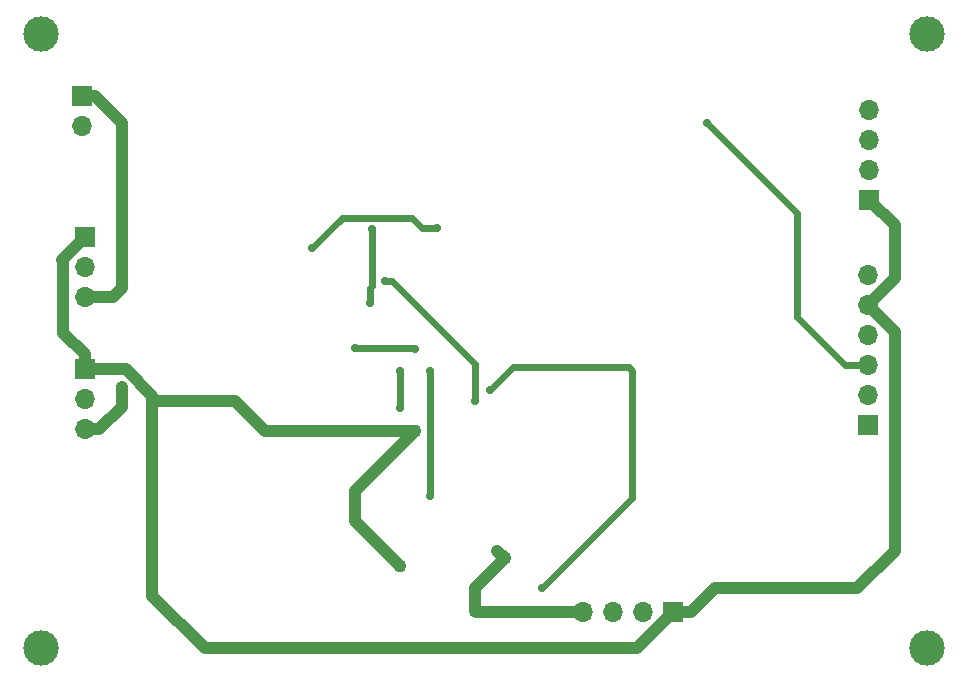
<source format=gbr>
%TF.GenerationSoftware,KiCad,Pcbnew,(5.1.2-1)-1*%
%TF.CreationDate,2022-01-27T07:40:46-05:00*%
%TF.ProjectId,project1-Juan,70726f6a-6563-4743-912d-4a75616e2e6b,rev?*%
%TF.SameCoordinates,Original*%
%TF.FileFunction,Copper,L2,Bot*%
%TF.FilePolarity,Positive*%
%FSLAX46Y46*%
G04 Gerber Fmt 4.6, Leading zero omitted, Abs format (unit mm)*
G04 Created by KiCad (PCBNEW (5.1.2-1)-1) date 2022-01-27 07:40:46*
%MOMM*%
%LPD*%
G04 APERTURE LIST*
%TA.AperFunction,WasherPad*%
%ADD10C,3.000000*%
%TD*%
%TA.AperFunction,ComponentPad*%
%ADD11R,1.700000X1.700000*%
%TD*%
%TA.AperFunction,ComponentPad*%
%ADD12O,1.700000X1.700000*%
%TD*%
%TA.AperFunction,ViaPad*%
%ADD13C,1.100000*%
%TD*%
%TA.AperFunction,ViaPad*%
%ADD14C,0.700000*%
%TD*%
%TA.AperFunction,Conductor*%
%ADD15C,1.000000*%
%TD*%
%TA.AperFunction,Conductor*%
%ADD16C,0.600000*%
%TD*%
G04 APERTURE END LIST*
D10*
%TO.P,REF\002A\002A,*%
%TO.N,*%
X150000000Y-160000000D03*
%TD*%
%TO.P,REF\002A\002A,*%
%TO.N,*%
X150000000Y-108000000D03*
%TD*%
%TO.P,REF\002A\002A,*%
%TO.N,*%
X75000000Y-108000000D03*
%TD*%
%TO.P,REF\002A\002A,*%
%TO.N,*%
X75000000Y-160000000D03*
%TD*%
D11*
%TO.P,J6,1*%
%TO.N,/Vin*%
X78740000Y-125222000D03*
D12*
%TO.P,J6,2*%
%TO.N,/esp32/GNRL_PURPOSE_1*%
X78740000Y-127762000D03*
%TO.P,J6,3*%
%TO.N,/GND*%
X78740000Y-130302000D03*
%TD*%
D11*
%TO.P,J3,1*%
%TO.N,/Vin*%
X145161000Y-122047000D03*
D12*
%TO.P,J3,2*%
%TO.N,/esp32/TX*%
X145161000Y-119507000D03*
%TO.P,J3,3*%
%TO.N,/esp32/RX*%
X145161000Y-116967000D03*
%TO.P,J3,4*%
%TO.N,/GND*%
X145161000Y-114427000D03*
%TD*%
%TO.P,J5,3*%
%TO.N,/GND*%
X78740000Y-141478000D03*
%TO.P,J5,2*%
%TO.N,/esp32/GNRL_PURPOSE_2*%
X78740000Y-138938000D03*
D11*
%TO.P,J5,1*%
%TO.N,/Vin*%
X78740000Y-136398000D03*
%TD*%
%TO.P,J4,1*%
%TO.N,/esp32/CS*%
X145034000Y-141097000D03*
D12*
%TO.P,J4,2*%
%TO.N,/esp32/CLK*%
X145034000Y-138557000D03*
%TO.P,J4,3*%
%TO.N,/esp32/MOSI*%
X145034000Y-136017000D03*
%TO.P,J4,4*%
%TO.N,/esp32/MISO*%
X145034000Y-133477000D03*
%TO.P,J4,5*%
%TO.N,/Vin*%
X145034000Y-130937000D03*
%TO.P,J4,6*%
%TO.N,/GND*%
X145034000Y-128397000D03*
%TD*%
D11*
%TO.P,J1,1*%
%TO.N,/GND*%
X78486000Y-113284000D03*
D12*
%TO.P,J1,2*%
%TO.N,/Vbat*%
X78486000Y-115824000D03*
%TD*%
%TO.P,J2,4*%
%TO.N,/GND*%
X120904000Y-156972000D03*
%TO.P,J2,3*%
%TO.N,/esp32/CLK_SENSOR*%
X123444000Y-156972000D03*
%TO.P,J2,2*%
%TO.N,/esp32/DATA_OUT_DTH22_SENSOR*%
X125984000Y-156972000D03*
D11*
%TO.P,J2,1*%
%TO.N,/Vin*%
X128524000Y-156972000D03*
%TD*%
D13*
%TO.N,/GND*%
X114300000Y-152400000D03*
D14*
X81915000Y-137795000D03*
D13*
X111760000Y-156845000D03*
%TO.N,/Vin*%
X105410000Y-153035000D03*
X106680000Y-141605000D03*
D14*
%TO.N,Net-(C3-Pad2)*%
X111760000Y-139065000D03*
X104140000Y-128905000D03*
%TO.N,Net-(D1-Pad2)*%
X117475000Y-154940000D03*
X113075720Y-138130280D03*
%TO.N,/esp32/MOSI*%
X131445000Y-115570000D03*
%TO.N,/esp32/GNRL_PURPOSE_2*%
X101600000Y-134620000D03*
X106649520Y-134711440D03*
%TO.N,/esp32/GNRL_PURPOSE_1*%
X108585000Y-124460000D03*
X97977960Y-126095760D03*
%TO.N,/esp32/WIFI_CONNECTION*%
X102870000Y-130810000D03*
X103087000Y-124550000D03*
%TO.N,/esp32/NO_WIFI_CONNECTION*%
X105410000Y-139700000D03*
X105410000Y-136525000D03*
%TO.N,/esp32/BATT_V*%
X107960160Y-147106640D03*
X107950000Y-136525000D03*
%TD*%
D15*
%TO.N,/GND*%
X113665000Y-151765000D02*
X114300000Y-152400000D01*
X111760000Y-154940000D02*
X111760000Y-156845000D01*
X114300000Y-152400000D02*
X111760000Y-154940000D01*
X120904000Y-156972000D02*
X112268000Y-156972000D01*
X112268000Y-156972000D02*
X111887000Y-156972000D01*
X79942081Y-141478000D02*
X81846756Y-139573325D01*
X81846756Y-139573325D02*
X81846756Y-137863244D01*
X81153000Y-130302000D02*
X81915000Y-129540000D01*
X78740000Y-130302000D02*
X81153000Y-130302000D01*
X81915000Y-115570000D02*
X79629000Y-113284000D01*
X79629000Y-113284000D02*
X78486000Y-113284000D01*
X81915000Y-129540000D02*
X81915000Y-115570000D01*
X111887000Y-156972000D02*
X111760000Y-156845000D01*
X78740000Y-141478000D02*
X79942081Y-141478000D01*
%TO.N,/Vin*%
X84455000Y-138632998D02*
X84455000Y-139065000D01*
X82220002Y-136398000D02*
X84455000Y-138632998D01*
X101600000Y-149225000D02*
X101600000Y-146685000D01*
X101600000Y-146685000D02*
X106680000Y-141605000D01*
X106680000Y-141605000D02*
X93980000Y-141605000D01*
X105410000Y-153035000D02*
X101600000Y-149225000D01*
X93980000Y-141605000D02*
X91440000Y-139065000D01*
X91440000Y-139065000D02*
X84455000Y-139065000D01*
X144145000Y-154940000D02*
X147320000Y-151765000D01*
X132080000Y-154940000D02*
X144145000Y-154940000D01*
X130048000Y-156972000D02*
X132080000Y-154940000D01*
X128524000Y-156972000D02*
X130048000Y-156972000D01*
X88900000Y-160020000D02*
X125476000Y-160020000D01*
X125476000Y-160020000D02*
X128524000Y-156972000D01*
X84455000Y-155575000D02*
X88900000Y-160020000D01*
X84455000Y-139065000D02*
X84455000Y-155575000D01*
X76898500Y-133286500D02*
X78740000Y-135128000D01*
X78740000Y-135128000D02*
X78740000Y-136398000D01*
X76898500Y-127063500D02*
X76835000Y-127127000D01*
X76898500Y-127063500D02*
X76898500Y-133286500D01*
X78740000Y-125222000D02*
X76898500Y-127063500D01*
X78740000Y-136398000D02*
X82220002Y-136398000D01*
X147320000Y-133223000D02*
X145034000Y-130937000D01*
X147320000Y-151765000D02*
X147320000Y-133223000D01*
X145034000Y-130937000D02*
X147320000Y-128651000D01*
X147320000Y-124206000D02*
X145161000Y-122047000D01*
X147320000Y-128651000D02*
X147320000Y-124206000D01*
D16*
%TO.N,Net-(C3-Pad2)*%
X111760000Y-135959315D02*
X111760000Y-139065000D01*
X104140000Y-128905000D02*
X104705685Y-128905000D01*
X104705685Y-128905000D02*
X111760000Y-135959315D01*
%TO.N,Net-(D1-Pad2)*%
X125095000Y-147320000D02*
X125095000Y-136525000D01*
X124764800Y-136194800D02*
X125095000Y-136525000D01*
X115011200Y-136194800D02*
X113075720Y-138130280D01*
X117475000Y-154940000D02*
X125095000Y-147320000D01*
X115011200Y-136194800D02*
X124764800Y-136194800D01*
%TO.N,/esp32/MOSI*%
X131445000Y-115570000D02*
X139065000Y-123190000D01*
X139065000Y-123190000D02*
X139065000Y-131953000D01*
X143129000Y-136017000D02*
X145034000Y-136017000D01*
X139065000Y-131953000D02*
X143129000Y-136017000D01*
%TO.N,/esp32/GNRL_PURPOSE_2*%
X106558080Y-134620000D02*
X106649520Y-134711440D01*
X101600000Y-134620000D02*
X106558080Y-134620000D01*
%TO.N,/esp32/GNRL_PURPOSE_1*%
X100355400Y-123825000D02*
X100580401Y-123599999D01*
X100580401Y-123599999D02*
X106454999Y-123599999D01*
X100330000Y-123825000D02*
X100355400Y-123825000D01*
X107315000Y-124460000D02*
X108585000Y-124460000D01*
X100473721Y-123599999D02*
X100580401Y-123599999D01*
X97977960Y-126095760D02*
X100473721Y-123599999D01*
X106454999Y-123599999D02*
X107315000Y-124460000D01*
%TO.N,/esp32/WIFI_CONNECTION*%
X102870000Y-129540000D02*
X102870000Y-130810000D01*
X103087000Y-129323000D02*
X102870000Y-129540000D01*
X103087000Y-124550000D02*
X103087000Y-129323000D01*
%TO.N,/esp32/NO_WIFI_CONNECTION*%
X105410000Y-136525000D02*
X105410000Y-139700000D01*
%TO.N,/esp32/BATT_V*%
X107960160Y-146060160D02*
X107960160Y-147106640D01*
X107950000Y-136525000D02*
X107950000Y-146050000D01*
X107950000Y-146050000D02*
X107960160Y-146060160D01*
%TD*%
M02*

</source>
